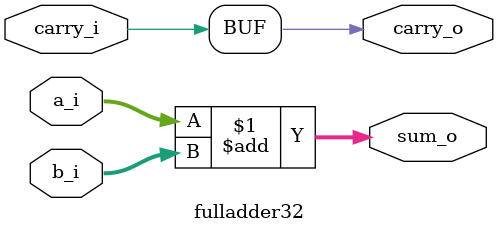
<source format=sv>



module fulladder32(
    input  logic [31:0] a_i,
    input  logic [31:0] b_i,
    input  logic        carry_i,
    output logic [31:0] sum_o,
    output logic        carry_o
);



  assign sum_o = a_i + b_i;

  assign carry_o = carry_i;


endmodule

</source>
